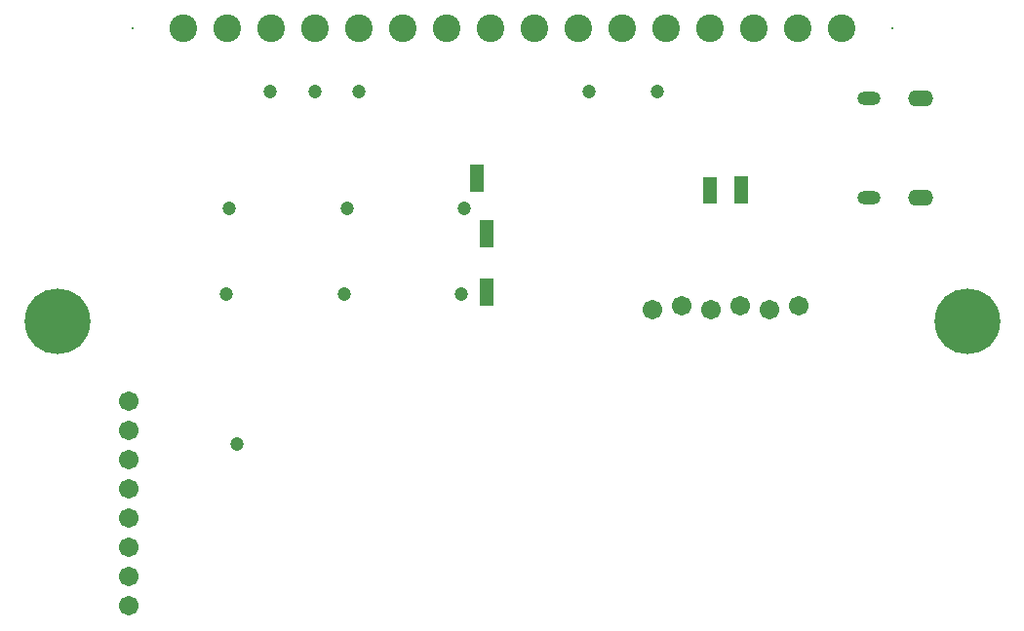
<source format=gbs>
G04*
G04 #@! TF.GenerationSoftware,Altium Limited,Altium Designer,24.0.1 (36)*
G04*
G04 Layer_Color=16711935*
%FSLAX44Y44*%
%MOMM*%
G71*
G04*
G04 #@! TF.SameCoordinates,124752F4-CBEC-4B7B-B6B5-C58268B34DF0*
G04*
G04*
G04 #@! TF.FilePolarity,Negative*
G04*
G01*
G75*
%ADD65C,1.2032*%
%ADD86C,0.2032*%
%ADD87C,2.4032*%
%ADD88C,1.7032*%
%ADD89C,5.7032*%
%ADD90O,2.2000X1.4000*%
%ADD91O,2.0000X1.2000*%
%ADD92C,0.1000*%
%ADD128R,1.2032X1.2032*%
D65*
X-239125Y-361625D02*
D03*
X126000Y-55000D02*
D03*
X66750D02*
D03*
X-44000Y-231000D02*
D03*
X-146000D02*
D03*
X-143250Y-156750D02*
D03*
X-41750D02*
D03*
X-248100Y-230900D02*
D03*
X-245750Y-156750D02*
D03*
X-210000Y-55000D02*
D03*
X-171000D02*
D03*
X-133000D02*
D03*
D86*
X329750Y0D02*
D03*
X-329750D02*
D03*
D87*
X285750D02*
D03*
X247650D02*
D03*
X209550D02*
D03*
X171450D02*
D03*
X133350D02*
D03*
X95250D02*
D03*
X57150D02*
D03*
X19050D02*
D03*
X-19050D02*
D03*
X-57150D02*
D03*
X-95250D02*
D03*
X-133350D02*
D03*
X-171450D02*
D03*
X-209550D02*
D03*
X-247650D02*
D03*
X-285750D02*
D03*
D88*
X121800Y-245000D02*
D03*
X147200Y-241000D02*
D03*
X172600Y-245000D02*
D03*
X198000Y-241000D02*
D03*
X223400Y-245000D02*
D03*
X248800Y-241000D02*
D03*
X-333000Y-324600D02*
D03*
Y-350000D02*
D03*
Y-375400D02*
D03*
Y-400800D02*
D03*
Y-426200D02*
D03*
Y-451600D02*
D03*
Y-477000D02*
D03*
Y-502400D02*
D03*
D89*
X-395000Y-255000D02*
D03*
X395000D02*
D03*
D90*
X354300Y-60900D02*
D03*
X354300Y-146900D02*
D03*
D91*
X310000Y-60900D02*
D03*
Y-146900D02*
D03*
D92*
X315000Y-132800D02*
D03*
Y-75000D02*
D03*
D128*
X-22000Y-173000D02*
D03*
Y-184700D02*
D03*
Y-223400D02*
D03*
Y-235100D02*
D03*
X-31000Y-124400D02*
D03*
Y-136100D02*
D03*
X199000Y-146000D02*
D03*
Y-134300D02*
D03*
X172000Y-135000D02*
D03*
Y-146700D02*
D03*
M02*

</source>
